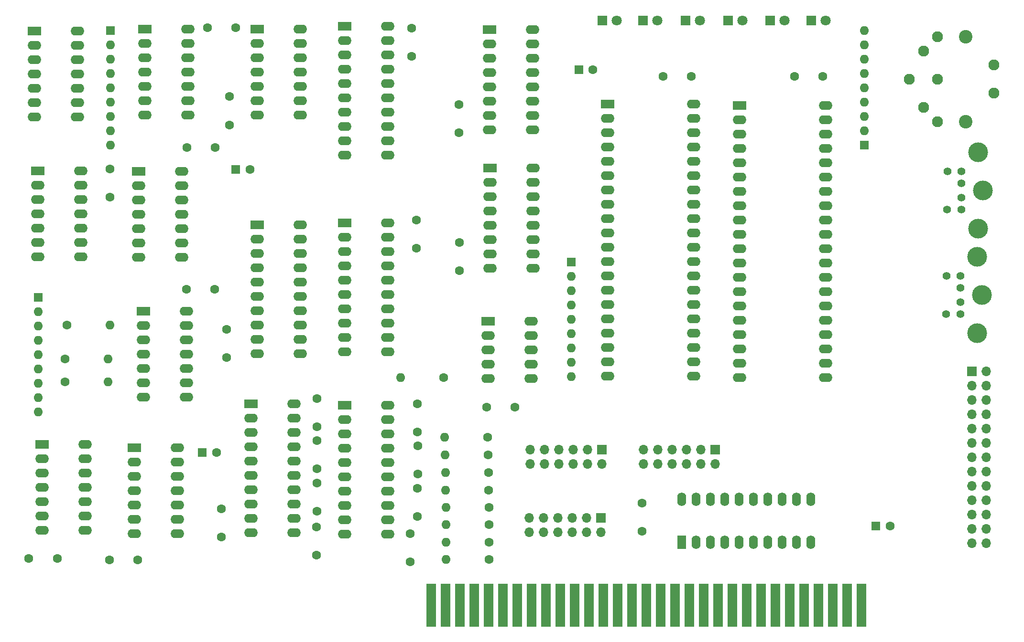
<source format=gbr>
%TF.GenerationSoftware,KiCad,Pcbnew,8.0.6*%
%TF.CreationDate,2025-06-08T19:24:17-05:00*%
%TF.ProjectId,MULTIIO,4d554c54-4949-44f2-9e6b-696361645f70,V1*%
%TF.SameCoordinates,Original*%
%TF.FileFunction,Soldermask,Top*%
%TF.FilePolarity,Negative*%
%FSLAX46Y46*%
G04 Gerber Fmt 4.6, Leading zero omitted, Abs format (unit mm)*
G04 Created by KiCad (PCBNEW 8.0.6) date 2025-06-08 19:24:17*
%MOMM*%
%LPD*%
G01*
G04 APERTURE LIST*
%ADD10C,1.600000*%
%ADD11R,1.700000X1.700000*%
%ADD12O,1.700000X1.700000*%
%ADD13R,1.600000X1.600000*%
%ADD14O,1.600000X1.600000*%
%ADD15R,1.800000X1.800000*%
%ADD16C,1.800000*%
%ADD17C,2.400000*%
%ADD18C,1.950000*%
%ADD19R,2.400000X1.600000*%
%ADD20O,2.400000X1.600000*%
%ADD21R,1.780000X7.620000*%
%ADD22R,1.600000X2.400000*%
%ADD23O,1.600000X2.400000*%
%ADD24C,1.422400*%
%ADD25C,3.497580*%
G04 APERTURE END LIST*
D10*
%TO.C,C2*%
X180089800Y-64947800D03*
X185089800Y-64947800D03*
%TD*%
%TO.C,C28*%
X233125000Y-110972600D03*
X238125000Y-110972600D03*
%TD*%
D11*
%TO.C,J5*%
X273608800Y-118567200D03*
D12*
X273608800Y-121107200D03*
X271068800Y-118567200D03*
X271068800Y-121107200D03*
X268528800Y-118567200D03*
X268528800Y-121107200D03*
X265988800Y-118567200D03*
X265988800Y-121107200D03*
X263448800Y-118567200D03*
X263448800Y-121107200D03*
X260908800Y-118567200D03*
X260908800Y-121107200D03*
%TD*%
D13*
%TO.C,RN2*%
X248158000Y-85267800D03*
D14*
X248158000Y-87807800D03*
X248158000Y-90347800D03*
X248158000Y-92887800D03*
X248158000Y-95427800D03*
X248158000Y-97967800D03*
X248158000Y-100507800D03*
X248158000Y-103047800D03*
X248158000Y-105587800D03*
%TD*%
D10*
%TO.C,R8*%
X233578400Y-134950200D03*
D14*
X225958400Y-134950200D03*
%TD*%
D15*
%TO.C,D6*%
X290601400Y-42443400D03*
D16*
X293141400Y-42443400D03*
%TD*%
D13*
%TO.C,C19*%
X249446600Y-51148600D03*
D10*
X251946600Y-51148600D03*
%TD*%
D15*
%TO.C,D3*%
X268362400Y-42443400D03*
D16*
X270902400Y-42443400D03*
%TD*%
D10*
%TO.C,C9*%
X219838400Y-43759400D03*
X219838400Y-48759400D03*
%TD*%
%TO.C,C6*%
X187629800Y-55934600D03*
X187629800Y-60934600D03*
%TD*%
%TO.C,R11*%
X158496000Y-106502200D03*
D14*
X166116000Y-106502200D03*
%TD*%
D10*
%TO.C,C25*%
X166422200Y-68727600D03*
X166422200Y-73727600D03*
%TD*%
D17*
%TO.C,J7*%
X318015900Y-60338100D03*
X318015900Y-45338100D03*
D18*
X313015900Y-45338100D03*
X310515900Y-47838100D03*
X313015900Y-52838100D03*
X310515900Y-57838100D03*
X313015900Y-60338100D03*
X308015900Y-52838100D03*
X323015900Y-55338100D03*
X323015900Y-50338100D03*
%TD*%
D10*
%TO.C,C15*%
X264409200Y-52348000D03*
X269409200Y-52348000D03*
%TD*%
D19*
%TO.C,U18*%
X277952200Y-57480200D03*
D20*
X277952200Y-60020200D03*
X277952200Y-62560200D03*
X277952200Y-65100200D03*
X277952200Y-67640200D03*
X277952200Y-70180200D03*
X277952200Y-72720200D03*
X277952200Y-75260200D03*
X277952200Y-77800200D03*
X277952200Y-80340200D03*
X277952200Y-82880200D03*
X277952200Y-85420200D03*
X277952200Y-87960200D03*
X277952200Y-90500200D03*
X277952200Y-93040200D03*
X277952200Y-95580200D03*
X277952200Y-98120200D03*
X277952200Y-100660200D03*
X277952200Y-103200200D03*
X277952200Y-105740200D03*
X293192200Y-105740200D03*
X293192200Y-103200200D03*
X293192200Y-100660200D03*
X293192200Y-98120200D03*
X293192200Y-95580200D03*
X293192200Y-93040200D03*
X293192200Y-90500200D03*
X293192200Y-87960200D03*
X293192200Y-85420200D03*
X293192200Y-82880200D03*
X293192200Y-80340200D03*
X293192200Y-77800200D03*
X293192200Y-75260200D03*
X293192200Y-72720200D03*
X293192200Y-70180200D03*
X293192200Y-67640200D03*
X293192200Y-65100200D03*
X293192200Y-62560200D03*
X293192200Y-60020200D03*
X293192200Y-57480200D03*
%TD*%
D10*
%TO.C,C14*%
X228320600Y-81817200D03*
X228320600Y-86817200D03*
%TD*%
%TO.C,C26*%
X219633800Y-133455400D03*
X219633800Y-138455400D03*
%TD*%
D19*
%TO.C,U14*%
X192532000Y-78638400D03*
D20*
X192532000Y-81178400D03*
X192532000Y-83718400D03*
X192532000Y-86258400D03*
X192532000Y-88798400D03*
X192532000Y-91338400D03*
X192532000Y-93878400D03*
X192532000Y-96418400D03*
X192532000Y-98958400D03*
X192532000Y-101498400D03*
X200152000Y-101498400D03*
X200152000Y-98958400D03*
X200152000Y-96418400D03*
X200152000Y-93878400D03*
X200152000Y-91338400D03*
X200152000Y-88798400D03*
X200152000Y-86258400D03*
X200152000Y-83718400D03*
X200152000Y-81178400D03*
X200152000Y-78638400D03*
%TD*%
D10*
%TO.C,C16*%
X287658800Y-52374800D03*
X292658800Y-52374800D03*
%TD*%
%TO.C,R1*%
X225552000Y-105740200D03*
D14*
X217932000Y-105740200D03*
%TD*%
D15*
%TO.C,D2*%
X260862400Y-42443400D03*
D16*
X263402400Y-42443400D03*
%TD*%
D10*
%TO.C,C4*%
X166323000Y-138099800D03*
X171323000Y-138099800D03*
%TD*%
%TO.C,C29*%
X220929200Y-117859800D03*
X220929200Y-122859800D03*
%TD*%
D13*
%TO.C,RN3*%
X153720800Y-91541600D03*
D14*
X153720800Y-94081600D03*
X153720800Y-96621600D03*
X153720800Y-99161600D03*
X153720800Y-101701600D03*
X153720800Y-104241600D03*
X153720800Y-106781600D03*
X153720800Y-109321600D03*
X153720800Y-111861600D03*
%TD*%
D15*
%TO.C,D1*%
X253669800Y-42392600D03*
D16*
X256209800Y-42392600D03*
%TD*%
D19*
%TO.C,U16*%
X208000600Y-78359000D03*
D20*
X208000600Y-80899000D03*
X208000600Y-83439000D03*
X208000600Y-85979000D03*
X208000600Y-88519000D03*
X208000600Y-91059000D03*
X208000600Y-93599000D03*
X208000600Y-96139000D03*
X208000600Y-98679000D03*
X208000600Y-101219000D03*
X215620600Y-101219000D03*
X215620600Y-98679000D03*
X215620600Y-96139000D03*
X215620600Y-93599000D03*
X215620600Y-91059000D03*
X215620600Y-88519000D03*
X215620600Y-85979000D03*
X215620600Y-83439000D03*
X215620600Y-80899000D03*
X215620600Y-78359000D03*
%TD*%
D10*
%TO.C,C27*%
X220903800Y-130374400D03*
X220903800Y-125374400D03*
%TD*%
D11*
%TO.C,P1*%
X319049400Y-104648000D03*
D12*
X321589400Y-104648000D03*
X319049400Y-107188000D03*
X321589400Y-107188000D03*
X319049400Y-109728000D03*
X321589400Y-109728000D03*
X319049400Y-112268000D03*
X321589400Y-112268000D03*
X319049400Y-114808000D03*
X321589400Y-114808000D03*
X319049400Y-117348000D03*
X321589400Y-117348000D03*
X319049400Y-119888000D03*
X321589400Y-119888000D03*
X319049400Y-122428000D03*
X321589400Y-122428000D03*
X319049400Y-124968000D03*
X321589400Y-124968000D03*
X319049400Y-127508000D03*
X321589400Y-127508000D03*
X319049400Y-130048000D03*
X321589400Y-130048000D03*
X319049400Y-132588000D03*
X321589400Y-132588000D03*
X319049400Y-135128000D03*
X321589400Y-135128000D03*
%TD*%
D13*
%TO.C,C17*%
X188736600Y-68884800D03*
D10*
X191236600Y-68884800D03*
%TD*%
D15*
%TO.C,D4*%
X275862400Y-42443400D03*
D16*
X278402400Y-42443400D03*
%TD*%
D19*
%TO.C,U6*%
X192532000Y-43992800D03*
D20*
X192532000Y-46532800D03*
X192532000Y-49072800D03*
X192532000Y-51612800D03*
X192532000Y-54152800D03*
X192532000Y-56692800D03*
X192532000Y-59232800D03*
X200152000Y-59232800D03*
X200152000Y-56692800D03*
X200152000Y-54152800D03*
X200152000Y-51612800D03*
X200152000Y-49072800D03*
X200152000Y-46532800D03*
X200152000Y-43992800D03*
%TD*%
D21*
%TO.C,J1*%
X299534900Y-146144300D03*
X296994900Y-146144300D03*
X294454900Y-146144300D03*
X291914900Y-146144300D03*
X289374900Y-146144300D03*
X286834900Y-146144300D03*
X284294900Y-146144300D03*
X281754900Y-146144300D03*
X279214900Y-146144300D03*
X276674900Y-146144300D03*
X274134900Y-146144300D03*
X271594900Y-146144300D03*
X269054900Y-146144300D03*
X266514900Y-146144300D03*
X263974900Y-146144300D03*
X261434900Y-146144300D03*
X258894900Y-146144300D03*
X256354900Y-146144300D03*
X253814900Y-146144300D03*
X251274900Y-146144300D03*
X248734900Y-146144300D03*
X246194900Y-146144300D03*
X243654900Y-146144300D03*
X241114900Y-146144300D03*
X238574900Y-146144300D03*
X236034900Y-146144300D03*
X233494900Y-146144300D03*
X230954900Y-146144300D03*
X228414900Y-146144300D03*
X225874900Y-146144300D03*
X223334900Y-146144300D03*
%TD*%
D19*
%TO.C,U13*%
X191414400Y-110413800D03*
D20*
X191414400Y-112953800D03*
X191414400Y-115493800D03*
X191414400Y-118033800D03*
X191414400Y-120573800D03*
X191414400Y-123113800D03*
X191414400Y-125653800D03*
X191414400Y-128193800D03*
X191414400Y-130733800D03*
X191414400Y-133273800D03*
X199034400Y-133273800D03*
X199034400Y-130733800D03*
X199034400Y-128193800D03*
X199034400Y-125653800D03*
X199034400Y-123113800D03*
X199034400Y-120573800D03*
X199034400Y-118033800D03*
X199034400Y-115493800D03*
X199034400Y-112953800D03*
X199034400Y-110413800D03*
%TD*%
D19*
%TO.C,U10*%
X154432000Y-117602000D03*
D20*
X154432000Y-120142000D03*
X154432000Y-122682000D03*
X154432000Y-125222000D03*
X154432000Y-127762000D03*
X154432000Y-130302000D03*
X154432000Y-132842000D03*
X162052000Y-132842000D03*
X162052000Y-130302000D03*
X162052000Y-127762000D03*
X162052000Y-125222000D03*
X162052000Y-122682000D03*
X162052000Y-120142000D03*
X162052000Y-117602000D03*
%TD*%
D10*
%TO.C,R9*%
X233595200Y-138050400D03*
D14*
X225975200Y-138050400D03*
%TD*%
D19*
%TO.C,U8*%
X233629200Y-44069000D03*
D20*
X233629200Y-46609000D03*
X233629200Y-49149000D03*
X233629200Y-51689000D03*
X233629200Y-54229000D03*
X233629200Y-56769000D03*
X233629200Y-59309000D03*
X233629200Y-61849000D03*
X241249200Y-61849000D03*
X241249200Y-59309000D03*
X241249200Y-56769000D03*
X241249200Y-54229000D03*
X241249200Y-51689000D03*
X241249200Y-49149000D03*
X241249200Y-46609000D03*
X241249200Y-44069000D03*
%TD*%
D10*
%TO.C,C10*%
X220727400Y-77795400D03*
X220727400Y-82795400D03*
%TD*%
%TO.C,C7*%
X187071000Y-97209600D03*
X187071000Y-102209600D03*
%TD*%
D22*
%TO.C,U7*%
X267665200Y-135001000D03*
D23*
X270205200Y-135001000D03*
X272745200Y-135001000D03*
X275285200Y-135001000D03*
X277825200Y-135001000D03*
X280365200Y-135001000D03*
X282905200Y-135001000D03*
X285445200Y-135001000D03*
X287985200Y-135001000D03*
X290525200Y-135001000D03*
X290525200Y-127381000D03*
X287985200Y-127381000D03*
X285445200Y-127381000D03*
X282905200Y-127381000D03*
X280365200Y-127381000D03*
X277825200Y-127381000D03*
X275285200Y-127381000D03*
X272745200Y-127381000D03*
X270205200Y-127381000D03*
X267665200Y-127381000D03*
%TD*%
D10*
%TO.C,C1*%
X183722000Y-43688000D03*
X188722000Y-43688000D03*
%TD*%
%TO.C,C5*%
X152073600Y-137871200D03*
X157073600Y-137871200D03*
%TD*%
D13*
%TO.C,C18*%
X182792500Y-119049800D03*
D10*
X185292500Y-119049800D03*
%TD*%
D19*
%TO.C,U9*%
X233756200Y-68554600D03*
D20*
X233756200Y-71094600D03*
X233756200Y-73634600D03*
X233756200Y-76174600D03*
X233756200Y-78714600D03*
X233756200Y-81254600D03*
X233756200Y-83794600D03*
X233756200Y-86334600D03*
X241376200Y-86334600D03*
X241376200Y-83794600D03*
X241376200Y-81254600D03*
X241376200Y-78714600D03*
X241376200Y-76174600D03*
X241376200Y-73634600D03*
X241376200Y-71094600D03*
X241376200Y-68554600D03*
%TD*%
D10*
%TO.C,R10*%
X158496000Y-102452200D03*
D14*
X166116000Y-102452200D03*
%TD*%
D19*
%TO.C,U17*%
X208000600Y-43434000D03*
D20*
X208000600Y-45974000D03*
X208000600Y-48514000D03*
X208000600Y-51054000D03*
X208000600Y-53594000D03*
X208000600Y-56134000D03*
X208000600Y-58674000D03*
X208000600Y-61214000D03*
X208000600Y-63754000D03*
X208000600Y-66294000D03*
X215620600Y-66294000D03*
X215620600Y-63754000D03*
X215620600Y-61214000D03*
X215620600Y-58674000D03*
X215620600Y-56134000D03*
X215620600Y-53594000D03*
X215620600Y-51054000D03*
X215620600Y-48514000D03*
X215620600Y-45974000D03*
X215620600Y-43434000D03*
%TD*%
D10*
%TO.C,R2*%
X233299000Y-116332000D03*
D14*
X225679000Y-116332000D03*
%TD*%
D24*
%TO.C,J4*%
X317042820Y-89809360D03*
X317042820Y-92405240D03*
X317042820Y-87708780D03*
X317042820Y-94505820D03*
X314594260Y-87708780D03*
X314543460Y-94505820D03*
D25*
X320042560Y-97906880D03*
X320840120Y-91107300D03*
X320042560Y-84358520D03*
%TD*%
D13*
%TO.C,RN1*%
X300050200Y-64490600D03*
D14*
X300050200Y-61950600D03*
X300050200Y-59410600D03*
X300050200Y-56870600D03*
X300050200Y-54330600D03*
X300050200Y-51790600D03*
X300050200Y-49250600D03*
X300050200Y-46710600D03*
X300050200Y-44170600D03*
%TD*%
D10*
%TO.C,C23*%
X203098400Y-124438400D03*
X203098400Y-129438400D03*
%TD*%
%TO.C,C21*%
X203047600Y-121941600D03*
X203047600Y-116941600D03*
%TD*%
D19*
%TO.C,U5*%
X172618400Y-43992800D03*
D20*
X172618400Y-46532800D03*
X172618400Y-49072800D03*
X172618400Y-51612800D03*
X172618400Y-54152800D03*
X172618400Y-56692800D03*
X172618400Y-59232800D03*
X180238400Y-59232800D03*
X180238400Y-56692800D03*
X180238400Y-54152800D03*
X180238400Y-51612800D03*
X180238400Y-49072800D03*
X180238400Y-46532800D03*
X180238400Y-43992800D03*
%TD*%
D19*
%TO.C,U15*%
X208000600Y-110667800D03*
D20*
X208000600Y-113207800D03*
X208000600Y-115747800D03*
X208000600Y-118287800D03*
X208000600Y-120827800D03*
X208000600Y-123367800D03*
X208000600Y-125907800D03*
X208000600Y-128447800D03*
X208000600Y-130987800D03*
X208000600Y-133527800D03*
X215620600Y-133527800D03*
X215620600Y-130987800D03*
X215620600Y-128447800D03*
X215620600Y-125907800D03*
X215620600Y-123367800D03*
X215620600Y-120827800D03*
X215620600Y-118287800D03*
X215620600Y-115747800D03*
X215620600Y-113207800D03*
X215620600Y-110667800D03*
%TD*%
D10*
%TO.C,R4*%
X233468200Y-122581800D03*
D14*
X225848200Y-122581800D03*
%TD*%
D10*
%TO.C,C22*%
X203097000Y-114482600D03*
X203097000Y-109482600D03*
%TD*%
D19*
%TO.C,U1*%
X153060400Y-44272200D03*
D20*
X153060400Y-46812200D03*
X153060400Y-49352200D03*
X153060400Y-51892200D03*
X153060400Y-54432200D03*
X153060400Y-56972200D03*
X153060400Y-59512200D03*
X160680400Y-59512200D03*
X160680400Y-56972200D03*
X160680400Y-54432200D03*
X160680400Y-51892200D03*
X160680400Y-49352200D03*
X160680400Y-46812200D03*
X160680400Y-44272200D03*
%TD*%
D11*
%TO.C,J2*%
X253568200Y-118516400D03*
D12*
X253568200Y-121056400D03*
X251028200Y-118516400D03*
X251028200Y-121056400D03*
X248488200Y-118516400D03*
X248488200Y-121056400D03*
X245948200Y-118516400D03*
X245948200Y-121056400D03*
X243408200Y-118516400D03*
X243408200Y-121056400D03*
X240868200Y-118516400D03*
X240868200Y-121056400D03*
%TD*%
D13*
%TO.C,C20*%
X302071400Y-132080000D03*
D10*
X304571400Y-132080000D03*
%TD*%
%TO.C,C24*%
X202998200Y-132253000D03*
X202998200Y-137253000D03*
%TD*%
D11*
%TO.C,J6*%
X253365000Y-130683000D03*
D12*
X253365000Y-133223000D03*
X250825000Y-130683000D03*
X250825000Y-133223000D03*
X248285000Y-130683000D03*
X248285000Y-133223000D03*
X245745000Y-130683000D03*
X245745000Y-133223000D03*
X243205000Y-130683000D03*
X243205000Y-133223000D03*
X240665000Y-130683000D03*
X240665000Y-133223000D03*
%TD*%
D10*
%TO.C,C13*%
X228193600Y-57306200D03*
X228193600Y-62306200D03*
%TD*%
D13*
%TO.C,RN4*%
X166521400Y-44244000D03*
D14*
X166521400Y-46784000D03*
X166521400Y-49324000D03*
X166521400Y-51864000D03*
X166521400Y-54404000D03*
X166521400Y-56944000D03*
X166521400Y-59484000D03*
X166521400Y-62024000D03*
X166521400Y-64564000D03*
%TD*%
D19*
%TO.C,U4*%
X171500800Y-69215000D03*
D20*
X171500800Y-71755000D03*
X171500800Y-74295000D03*
X171500800Y-76835000D03*
X171500800Y-79375000D03*
X171500800Y-81915000D03*
X171500800Y-84455000D03*
X179120800Y-84455000D03*
X179120800Y-81915000D03*
X179120800Y-79375000D03*
X179120800Y-76835000D03*
X179120800Y-74295000D03*
X179120800Y-71755000D03*
X179120800Y-69215000D03*
%TD*%
D19*
%TO.C,U11*%
X254558800Y-57277000D03*
D20*
X254558800Y-59817000D03*
X254558800Y-62357000D03*
X254558800Y-64897000D03*
X254558800Y-67437000D03*
X254558800Y-69977000D03*
X254558800Y-72517000D03*
X254558800Y-75057000D03*
X254558800Y-77597000D03*
X254558800Y-80137000D03*
X254558800Y-82677000D03*
X254558800Y-85217000D03*
X254558800Y-87757000D03*
X254558800Y-90297000D03*
X254558800Y-92837000D03*
X254558800Y-95377000D03*
X254558800Y-97917000D03*
X254558800Y-100457000D03*
X254558800Y-102997000D03*
X254558800Y-105537000D03*
X269798800Y-105537000D03*
X269798800Y-102997000D03*
X269798800Y-100457000D03*
X269798800Y-97917000D03*
X269798800Y-95377000D03*
X269798800Y-92837000D03*
X269798800Y-90297000D03*
X269798800Y-87757000D03*
X269798800Y-85217000D03*
X269798800Y-82677000D03*
X269798800Y-80137000D03*
X269798800Y-77597000D03*
X269798800Y-75057000D03*
X269798800Y-72517000D03*
X269798800Y-69977000D03*
X269798800Y-67437000D03*
X269798800Y-64897000D03*
X269798800Y-62357000D03*
X269798800Y-59817000D03*
X269798800Y-57277000D03*
%TD*%
D10*
%TO.C,R7*%
X233578400Y-131851400D03*
D14*
X225958400Y-131851400D03*
%TD*%
D24*
%TO.C,J3*%
X317192620Y-71277460D03*
X317192620Y-73873340D03*
X317192620Y-69176880D03*
X317192620Y-75973920D03*
X314744060Y-69176880D03*
X314693260Y-75973920D03*
D25*
X320192360Y-79374980D03*
X320989920Y-72575400D03*
X320192360Y-65826620D03*
%TD*%
D10*
%TO.C,C3*%
X179937400Y-90093800D03*
X184937400Y-90093800D03*
%TD*%
%TO.C,R5*%
X233468200Y-125731400D03*
D14*
X225848200Y-125731400D03*
%TD*%
D10*
%TO.C,R12*%
X158775400Y-96429800D03*
D14*
X166395400Y-96429800D03*
%TD*%
D19*
%TO.C,U2*%
X170713400Y-118237000D03*
D20*
X170713400Y-120777000D03*
X170713400Y-123317000D03*
X170713400Y-125857000D03*
X170713400Y-128397000D03*
X170713400Y-130937000D03*
X170713400Y-133477000D03*
X178333400Y-133477000D03*
X178333400Y-130937000D03*
X178333400Y-128397000D03*
X178333400Y-125857000D03*
X178333400Y-123317000D03*
X178333400Y-120777000D03*
X178333400Y-118237000D03*
%TD*%
D10*
%TO.C,C12*%
X260629400Y-128045200D03*
X260629400Y-133045200D03*
%TD*%
%TO.C,C11*%
X220878400Y-110417600D03*
X220878400Y-115417600D03*
%TD*%
D19*
%TO.C,U3*%
X172374400Y-93975000D03*
D20*
X172374400Y-96515000D03*
X172374400Y-99055000D03*
X172374400Y-101595000D03*
X172374400Y-104135000D03*
X172374400Y-106675000D03*
X172374400Y-109215000D03*
X179994400Y-109215000D03*
X179994400Y-106675000D03*
X179994400Y-104135000D03*
X179994400Y-101595000D03*
X179994400Y-99055000D03*
X179994400Y-96515000D03*
X179994400Y-93975000D03*
%TD*%
D10*
%TO.C,C8*%
X186182000Y-129061200D03*
X186182000Y-134061200D03*
%TD*%
D15*
%TO.C,D5*%
X283362400Y-42443400D03*
D16*
X285902400Y-42443400D03*
%TD*%
D10*
%TO.C,R3*%
X233417400Y-119508400D03*
D14*
X225797400Y-119508400D03*
%TD*%
D19*
%TO.C,U12*%
X153619200Y-69088000D03*
D20*
X153619200Y-71628000D03*
X153619200Y-74168000D03*
X153619200Y-76708000D03*
X153619200Y-79248000D03*
X153619200Y-81788000D03*
X153619200Y-84328000D03*
X161239200Y-84328000D03*
X161239200Y-81788000D03*
X161239200Y-79248000D03*
X161239200Y-76708000D03*
X161239200Y-74168000D03*
X161239200Y-71628000D03*
X161239200Y-69088000D03*
%TD*%
D19*
%TO.C,SW1*%
X233400600Y-95783400D03*
D20*
X233400600Y-98323400D03*
X233400600Y-100863400D03*
X233400600Y-103403400D03*
X233400600Y-105943400D03*
X241020600Y-105943400D03*
X241020600Y-103403400D03*
X241020600Y-100863400D03*
X241020600Y-98323400D03*
X241020600Y-95783400D03*
%TD*%
D10*
%TO.C,R6*%
X233544400Y-128754000D03*
D14*
X225924400Y-128754000D03*
%TD*%
M02*

</source>
